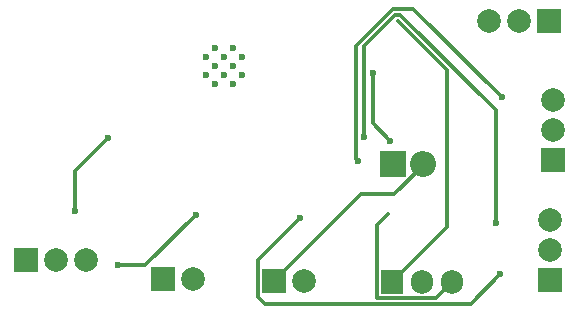
<source format=gbr>
%TF.GenerationSoftware,KiCad,Pcbnew,8.0.6*%
%TF.CreationDate,2024-12-07T16:12:25-04:00*%
%TF.ProjectId,Tarea Final,54617265-6120-4466-996e-616c2e6b6963,rev?*%
%TF.SameCoordinates,Original*%
%TF.FileFunction,Copper,L2,Bot*%
%TF.FilePolarity,Positive*%
%FSLAX46Y46*%
G04 Gerber Fmt 4.6, Leading zero omitted, Abs format (unit mm)*
G04 Created by KiCad (PCBNEW 8.0.6) date 2024-12-07 16:12:25*
%MOMM*%
%LPD*%
G01*
G04 APERTURE LIST*
%TA.AperFunction,ComponentPad*%
%ADD10R,2.200000X2.200000*%
%TD*%
%TA.AperFunction,ComponentPad*%
%ADD11O,2.200000X2.200000*%
%TD*%
%TA.AperFunction,HeatsinkPad*%
%ADD12C,0.600000*%
%TD*%
%TA.AperFunction,ComponentPad*%
%ADD13R,1.905000X2.000000*%
%TD*%
%TA.AperFunction,ComponentPad*%
%ADD14O,1.905000X2.000000*%
%TD*%
%TA.AperFunction,ComponentPad*%
%ADD15R,2.000000X2.000000*%
%TD*%
%TA.AperFunction,ComponentPad*%
%ADD16C,2.000000*%
%TD*%
%TA.AperFunction,ViaPad*%
%ADD17C,0.600000*%
%TD*%
%TA.AperFunction,Conductor*%
%ADD18C,0.300000*%
%TD*%
G04 APERTURE END LIST*
D10*
%TO.P,D1,1,K*%
%TO.N,Net-(D1-K)*%
X144370000Y-90800000D03*
D11*
%TO.P,D1,2,A*%
%TO.N,Net-(D1-A)*%
X146910000Y-90800000D03*
%TD*%
D12*
%TO.P,U1,39,GND*%
%TO.N,GND*%
X128595000Y-81727500D03*
X128595000Y-83252500D03*
X129357500Y-80965000D03*
X129357500Y-82490000D03*
X129357500Y-84015000D03*
X130120000Y-81727500D03*
X130120000Y-83252500D03*
X130882500Y-80965000D03*
X130882500Y-82490000D03*
X130882500Y-84015000D03*
X131645000Y-81727500D03*
X131645000Y-83252500D03*
%TD*%
D13*
%TO.P,Q1,1,B*%
%TO.N,Net-(Q1-B)*%
X144320000Y-100810000D03*
D14*
%TO.P,Q1,2,C*%
%TO.N,+36V*%
X146860000Y-100810000D03*
%TO.P,Q1,3,E*%
%TO.N,Net-(D1-K)*%
X149400000Y-100810000D03*
%TD*%
D15*
%TO.P,J6,1,Pin_1*%
%TO.N,Net-(D1-A)*%
X134320000Y-100730000D03*
D16*
%TO.P,J6,2,Pin_2*%
%TO.N,GND*%
X136860000Y-100730000D03*
%TD*%
D15*
%TO.P,J5,1,Pin_1*%
%TO.N,+36V*%
X124955000Y-100580000D03*
D16*
%TO.P,J5,2,Pin_2*%
%TO.N,GND*%
X127495000Y-100580000D03*
%TD*%
D15*
%TO.P,J4,1,Pin_1*%
%TO.N,Boton1*%
X157680000Y-100680000D03*
D16*
%TO.P,J4,2,Pin_2*%
%TO.N,Boton2*%
X157680000Y-98140000D03*
%TO.P,J4,3,Pin_3*%
%TO.N,+3.3V*%
X157680000Y-95600000D03*
%TD*%
D15*
%TO.P,J3,1,Pin_1*%
%TO.N,Led-Rojo*%
X113300000Y-98980000D03*
D16*
%TO.P,J3,2,Pin_2*%
%TO.N,Led-Amarillo*%
X115840000Y-98980000D03*
%TO.P,J3,3,Pin_3*%
%TO.N,Led-Verde*%
X118380000Y-98980000D03*
%TD*%
D15*
%TO.P,J2,1,Pin_1*%
%TO.N,ON_OFF_VAR*%
X157590000Y-78740000D03*
D16*
%TO.P,J2,2,Pin_2*%
%TO.N,unconnected-(J2-Pin_2-Pad2)*%
X155050000Y-78740000D03*
%TO.P,J2,3,Pin_3*%
%TO.N,unconnected-(J2-Pin_3-Pad3)*%
X152510000Y-78740000D03*
%TD*%
D15*
%TO.P,J1,1,Pin_1*%
%TO.N,+3.3V*%
X157950000Y-90530000D03*
D16*
%TO.P,J1,2,Pin_2*%
%TO.N,Ajuste de velocidad*%
X157950000Y-87990000D03*
%TO.P,J1,3,Pin_3*%
%TO.N,GND*%
X157950000Y-85450000D03*
%TD*%
D17*
%TO.N,Net-(D1-K)*%
X142710000Y-83130000D03*
X144180000Y-88850000D03*
%TO.N,Ajuste de velocidad*%
X141430000Y-90570000D03*
X153600000Y-85170000D03*
%TO.N,Boton1*%
X136530000Y-95390000D03*
X153470000Y-100170000D03*
X157680000Y-100680000D03*
X157680000Y-100680000D03*
%TO.N,Boton2*%
X141910000Y-88560000D03*
X153110000Y-95850000D03*
%TO.N,Led-Verde*%
X117464620Y-94805380D03*
X120240000Y-88620000D03*
%TO.N,Led-Amarillo*%
X127700000Y-95130000D03*
X121120000Y-99380000D03*
%TD*%
D18*
%TO.N,Net-(Q1-B)*%
X148960000Y-96170000D02*
X148960000Y-82850000D01*
X148960000Y-82850000D02*
X144800000Y-78690000D01*
X144320000Y-100810000D02*
X148960000Y-96170000D01*
%TO.N,Net-(D1-K)*%
X142710000Y-87380000D02*
X144180000Y-88850000D01*
X142710000Y-83130000D02*
X142710000Y-87380000D01*
%TO.N,Ajuste de velocidad*%
X141260000Y-90400000D02*
X141430000Y-90570000D01*
X146120000Y-77690000D02*
X144385787Y-77690000D01*
X141260000Y-80815787D02*
X141260000Y-90400000D01*
X153600000Y-85170000D02*
X146120000Y-77690000D01*
X144385787Y-77690000D02*
X141260000Y-80815787D01*
%TO.N,Boton1*%
X132970000Y-98950000D02*
X136530000Y-95390000D01*
X133550000Y-102660000D02*
X132970000Y-102080000D01*
X150980000Y-102660000D02*
X133550000Y-102660000D01*
X153470000Y-100170000D02*
X150980000Y-102660000D01*
X132970000Y-102080000D02*
X132970000Y-98950000D01*
%TO.N,Boton2*%
X141910000Y-80872894D02*
X141910000Y-88560000D01*
X144592894Y-78190000D02*
X141910000Y-80872894D01*
X145007106Y-78190000D02*
X144592894Y-78190000D01*
X153110000Y-95850000D02*
X153110000Y-86292894D01*
X153110000Y-86292894D02*
X145007106Y-78190000D01*
%TO.N,Net-(D1-K)*%
X143017500Y-95992500D02*
X143960000Y-95050000D01*
X143017500Y-102160000D02*
X143017500Y-95992500D01*
X148050000Y-102160000D02*
X143017500Y-102160000D01*
X149400000Y-100810000D02*
X148050000Y-102160000D01*
%TO.N,Net-(D1-A)*%
X144520000Y-93390000D02*
X146910000Y-91000000D01*
X141660000Y-93390000D02*
X144520000Y-93390000D01*
X146910000Y-91000000D02*
X146910000Y-90800000D01*
X134320000Y-100730000D02*
X141660000Y-93390000D01*
%TO.N,Led-Verde*%
X117464620Y-91395380D02*
X117464620Y-94805380D01*
X120240000Y-88620000D02*
X117464620Y-91395380D01*
%TO.N,Led-Amarillo*%
X121120000Y-99380000D02*
X123450000Y-99380000D01*
X123450000Y-99380000D02*
X127700000Y-95130000D01*
%TD*%
M02*

</source>
